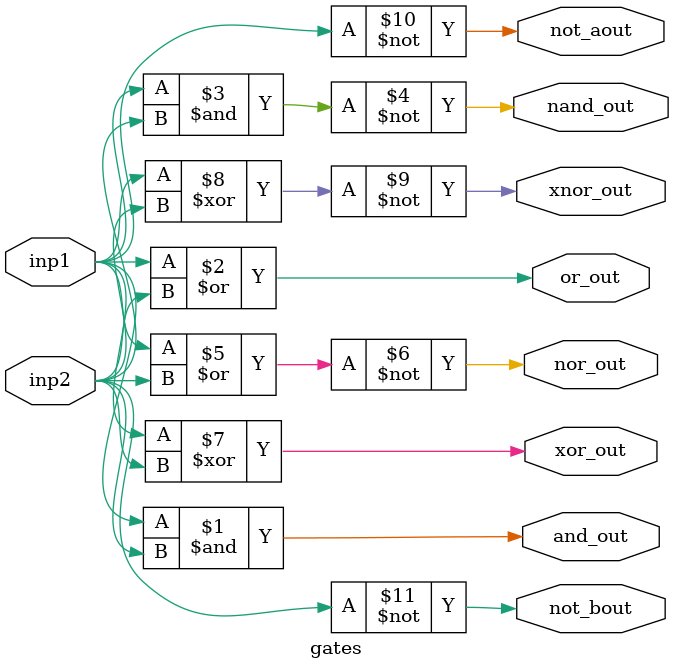
<source format=v>
module gates(
input inp1,
input inp2,
output and_out,
output or_out,
output nand_out,
output nor_out,
output not_aout,
output not_bout,
output xor_out,
output xnor_out
);

and g1(and_out,inp1,inp2);
or g2(or_out,inp1,inp2);
nand g3(nand_out,inp1,inp2);
nor g4(nor_out,inp1,inp2);
not g5(not_aout,inp1);
not g6(not_bout,inp2);
xor g7(xor_out,inp1,inp2);
xnor g8(xnor_out,inp1,inp2);

endmodule
</source>
